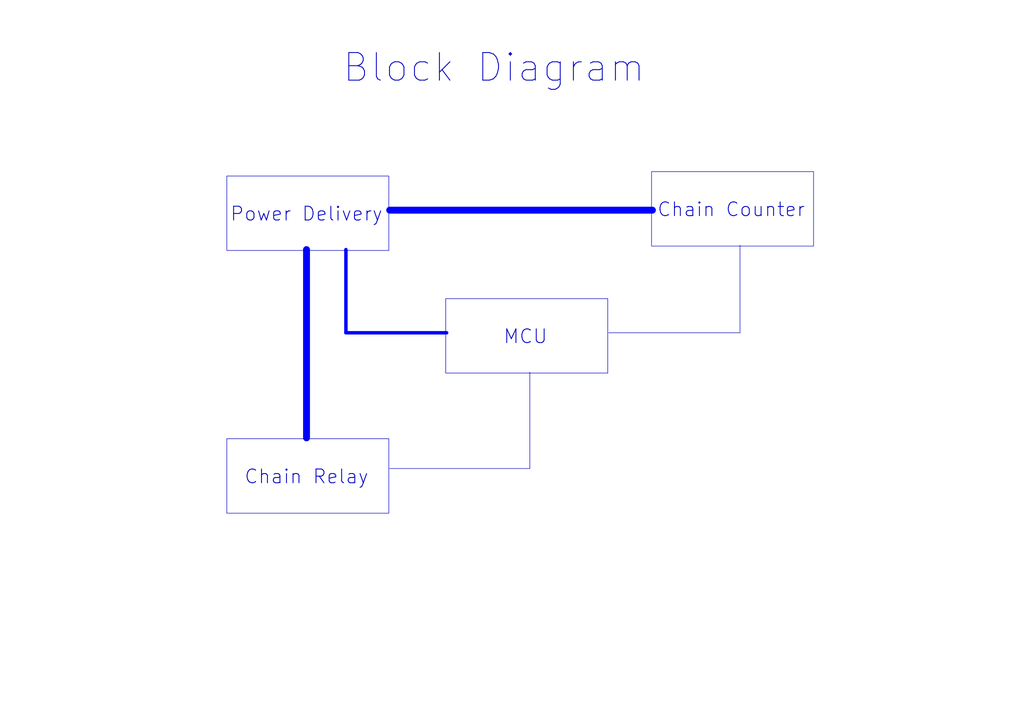
<source format=kicad_sch>
(kicad_sch
	(version 20231120)
	(generator "eeschema")
	(generator_version "8.0")
	(uuid "debe1772-aab7-43ab-90e3-ccb079116aa6")
	(paper "A4")
	(title_block
		(company "Mulibu-FlyingK")
		(comment 1 "Christoph Dittmann")
	)
	(lib_symbols)
	(polyline
		(pts
			(xy 100.33 72.39) (xy 100.33 96.52)
		)
		(stroke
			(width 1)
			(type default)
			(color 0 0 255 1)
		)
		(uuid "2d82879d-07fb-4d71-a9fe-1a633c9c8724")
	)
	(polyline
		(pts
			(xy 214.63 71.12) (xy 214.63 96.52)
		)
		(stroke
			(width 0)
			(type default)
		)
		(uuid "2fe4de06-80c2-4b3a-8260-73c9d25ea951")
	)
	(polyline
		(pts
			(xy 176.53 96.52) (xy 214.63 96.52)
		)
		(stroke
			(width 0)
			(type default)
		)
		(uuid "41ae239c-2b7f-4d4f-9edf-9fe39114b324")
	)
	(polyline
		(pts
			(xy 113.03 60.96) (xy 189.23 60.96)
		)
		(stroke
			(width 2)
			(type default)
			(color 0 0 255 1)
		)
		(uuid "5ddcdb35-d0e4-498f-b99a-fff1605842b5")
	)
	(polyline
		(pts
			(xy 100.33 96.52) (xy 129.54 96.52)
		)
		(stroke
			(width 1)
			(type default)
			(color 0 0 255 1)
		)
		(uuid "6aa7d659-a755-4031-ab78-6341e7ecb6b1")
	)
	(polyline
		(pts
			(xy 88.9 72.39) (xy 88.9 127)
		)
		(stroke
			(width 2)
			(type default)
			(color 0 0 255 1)
		)
		(uuid "7afbeb16-71db-4909-b586-2096bbe8b47b")
	)
	(polyline
		(pts
			(xy 113.03 135.89) (xy 153.67 135.89)
		)
		(stroke
			(width 0)
			(type default)
		)
		(uuid "8105e23f-4f3b-4687-b32d-a699fa72140b")
	)
	(polyline
		(pts
			(xy 153.67 107.95) (xy 153.67 135.89)
		)
		(stroke
			(width 0)
			(type default)
		)
		(uuid "d311f224-6657-4c2c-bc16-eddb22d03651")
	)
	(rectangle
		(start 188.976 49.784)
		(end 235.966 71.374)
		(stroke
			(width 0)
			(type default)
		)
		(fill
			(type none)
		)
		(uuid 1545245d-a8d7-46b1-bbe4-4360de4cc7ec)
	)
	(rectangle
		(start 65.786 127.254)
		(end 112.776 148.844)
		(stroke
			(width 0)
			(type default)
		)
		(fill
			(type none)
		)
		(uuid 2abe875a-5803-4ab0-bcd3-666ea1f1761b)
	)
	(rectangle
		(start 129.286 86.614)
		(end 176.276 108.204)
		(stroke
			(width 0)
			(type default)
		)
		(fill
			(type none)
		)
		(uuid bee4408d-f94f-49af-b4ea-fe2b63d00a7c)
	)
	(rectangle
		(start 65.786 51.054)
		(end 112.776 72.644)
		(stroke
			(width 0)
			(type default)
		)
		(fill
			(type none)
		)
		(uuid dd0642bb-cbc9-495e-b7ac-85631a003377)
	)
	(text "Power Delivery"
		(exclude_from_sim no)
		(at 88.9 62.23 0)
		(effects
			(font
				(size 4 4)
				(thickness 0.254)
				(bold yes)
			)
		)
		(uuid "3807f686-fd40-49d0-a536-bebc498e7b48")
	)
	(text "Chain Counter"
		(exclude_from_sim no)
		(at 212.09 60.96 0)
		(effects
			(font
				(size 4 4)
				(thickness 0.254)
				(bold yes)
			)
		)
		(uuid "3c1d008b-7f27-4b25-9b75-8f6528b852b4")
	)
	(text "Block Diagram"
		(exclude_from_sim no)
		(at 143.256 19.812 0)
		(effects
			(font
				(size 8 8)
				(thickness 0.254)
				(bold yes)
			)
		)
		(uuid "69d2c3b5-15a4-4dd3-822c-e75d7385edf3")
	)
	(text "MCU"
		(exclude_from_sim no)
		(at 152.4 97.79 0)
		(effects
			(font
				(size 4 4)
				(thickness 0.254)
				(bold yes)
			)
		)
		(uuid "e9ba3cb9-bc9d-492b-b529-ab0ec82bf51d")
	)
	(text "Chain Relay"
		(exclude_from_sim no)
		(at 88.9 138.43 0)
		(effects
			(font
				(size 4 4)
				(thickness 0.254)
				(bold yes)
			)
		)
		(uuid "fefe8ac4-0a8a-49ba-abce-fdf85ac2402d")
	)
)

</source>
